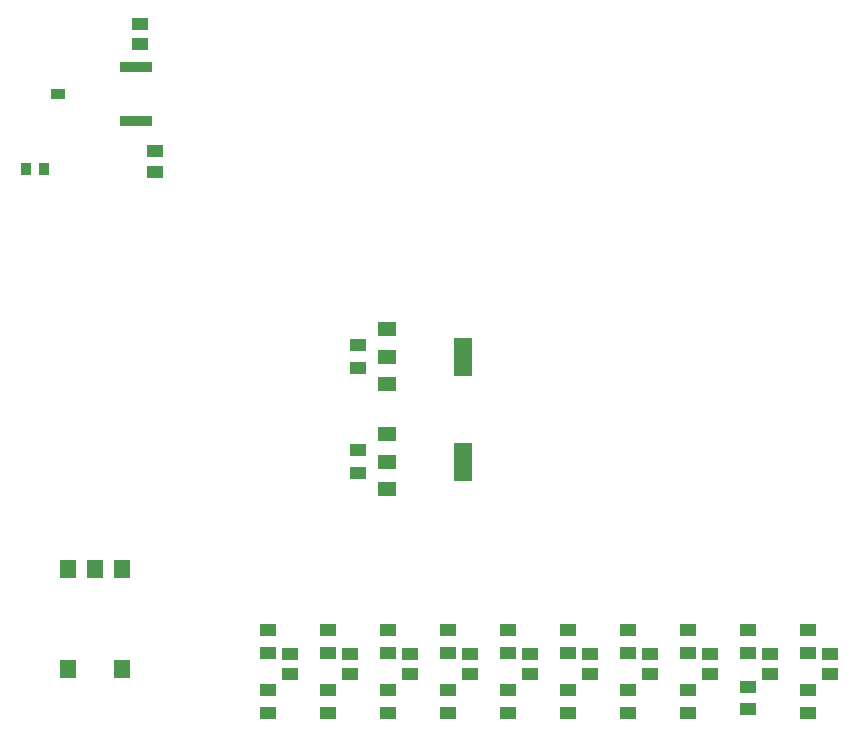
<source format=gtp>
G04*
G04 #@! TF.GenerationSoftware,Altium Limited,Altium Designer,21.6.4 (81)*
G04*
G04 Layer_Color=8421504*
%FSLAX25Y25*%
%MOIN*%
G70*
G04*
G04 #@! TF.SameCoordinates,7FA0644F-06A5-4919-BB8C-97BE94AA254E*
G04*
G04*
G04 #@! TF.FilePolarity,Positive*
G04*
G01*
G75*
%ADD15R,0.05591X0.03937*%
%ADD16R,0.05433X0.04331*%
%ADD17R,0.05158X0.03347*%
%ADD18R,0.11142X0.03819*%
%ADD19R,0.06299X0.04724*%
%ADD20R,0.06299X0.12992*%
%ADD21R,0.05512X0.06299*%
%ADD22R,0.03661X0.03898*%
D15*
X400000Y48819D02*
D03*
Y56181D02*
D03*
Y76181D02*
D03*
Y68819D02*
D03*
X380000Y50138D02*
D03*
Y57500D02*
D03*
Y76181D02*
D03*
Y68819D02*
D03*
X360000Y48819D02*
D03*
Y56181D02*
D03*
Y76181D02*
D03*
Y68819D02*
D03*
X340000Y48819D02*
D03*
Y56181D02*
D03*
X320000Y48819D02*
D03*
Y56181D02*
D03*
X340000Y76181D02*
D03*
Y68819D02*
D03*
X320000Y76181D02*
D03*
Y68819D02*
D03*
X300000Y48819D02*
D03*
Y56181D02*
D03*
Y76181D02*
D03*
Y68819D02*
D03*
X280000Y48819D02*
D03*
Y56181D02*
D03*
Y76181D02*
D03*
Y68819D02*
D03*
X260000Y48819D02*
D03*
Y56181D02*
D03*
Y76181D02*
D03*
Y68819D02*
D03*
X240000Y48819D02*
D03*
Y56181D02*
D03*
Y76181D02*
D03*
Y68819D02*
D03*
X220000Y48819D02*
D03*
Y56181D02*
D03*
Y76181D02*
D03*
Y68819D02*
D03*
X250000Y171181D02*
D03*
Y163819D02*
D03*
Y136181D02*
D03*
Y128819D02*
D03*
D16*
X407500Y61602D02*
D03*
Y68398D02*
D03*
X387500Y61602D02*
D03*
Y68398D02*
D03*
X367500Y61602D02*
D03*
Y68398D02*
D03*
X347500Y61602D02*
D03*
Y68398D02*
D03*
X327500Y61602D02*
D03*
Y68398D02*
D03*
X307500Y61602D02*
D03*
Y68398D02*
D03*
X287500Y61602D02*
D03*
Y68398D02*
D03*
X267500Y61602D02*
D03*
Y68398D02*
D03*
X247500Y61602D02*
D03*
Y68398D02*
D03*
X227500Y61602D02*
D03*
Y68398D02*
D03*
X182500Y229102D02*
D03*
Y235898D02*
D03*
X177500Y278398D02*
D03*
Y271602D02*
D03*
D17*
X150000Y255000D02*
D03*
D18*
X176181Y264016D02*
D03*
Y245984D02*
D03*
D19*
X259902Y158445D02*
D03*
Y167500D02*
D03*
Y176555D02*
D03*
Y123445D02*
D03*
Y132500D02*
D03*
Y141555D02*
D03*
D20*
X285098Y167500D02*
D03*
Y132500D02*
D03*
D21*
X162500Y96535D02*
D03*
X171358D02*
D03*
X153642D02*
D03*
Y63465D02*
D03*
X171358D02*
D03*
D22*
X139469Y230000D02*
D03*
X145531D02*
D03*
M02*

</source>
